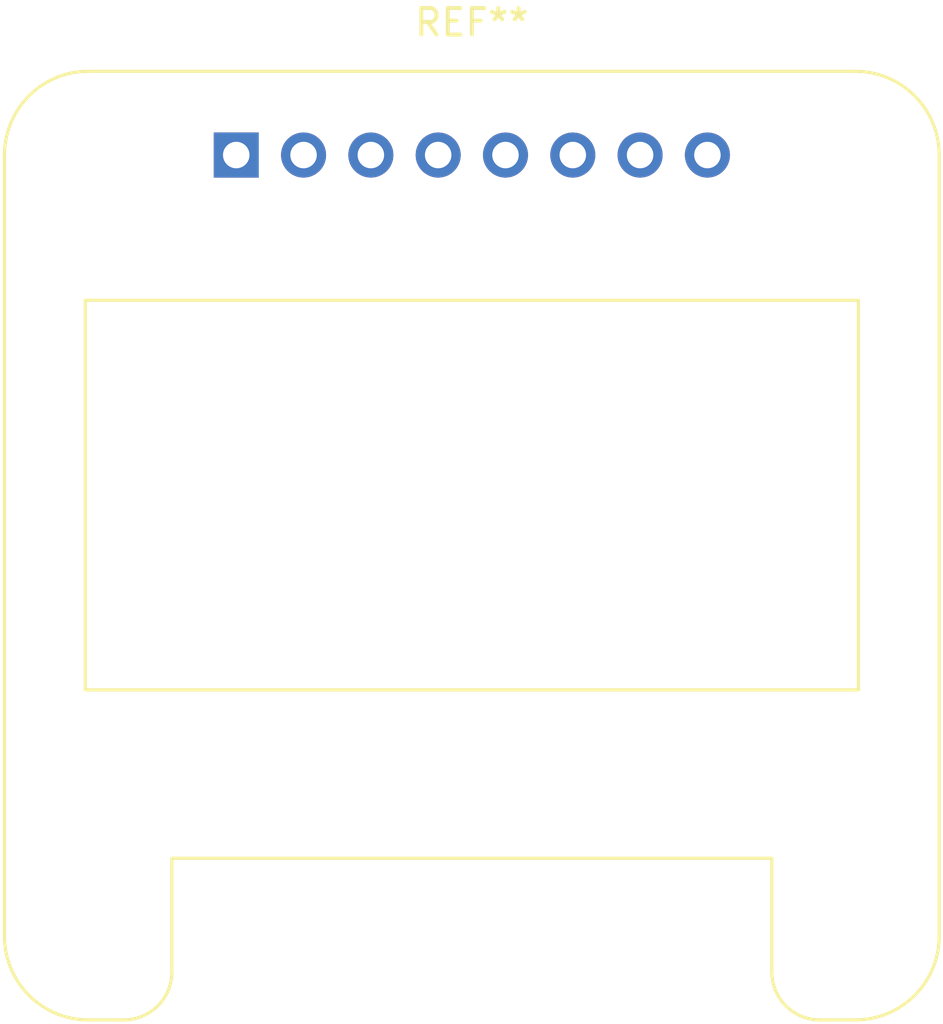
<source format=kicad_pcb>
(kicad_pcb (version 20171130) (host pcbnew 5.0.1)

  (general
    (thickness 1.6)
    (drawings 0)
    (tracks 0)
    (zones 0)
    (modules 1)
    (nets 1)
  )

  (page A4)
  (layers
    (0 F.Cu signal)
    (31 B.Cu signal)
    (32 B.Adhes user)
    (33 F.Adhes user)
    (34 B.Paste user)
    (35 F.Paste user)
    (36 B.SilkS user)
    (37 F.SilkS user)
    (38 B.Mask user)
    (39 F.Mask user)
    (40 Dwgs.User user)
    (41 Cmts.User user)
    (42 Eco1.User user)
    (43 Eco2.User user)
    (44 Edge.Cuts user)
    (45 Margin user)
    (46 B.CrtYd user)
    (47 F.CrtYd user)
    (48 B.Fab user)
    (49 F.Fab user)
  )

  (setup
    (last_trace_width 0.25)
    (trace_clearance 0.2)
    (zone_clearance 0.508)
    (zone_45_only no)
    (trace_min 0.2)
    (segment_width 0.2)
    (edge_width 0.15)
    (via_size 0.8)
    (via_drill 0.4)
    (via_min_size 0.4)
    (via_min_drill 0.3)
    (uvia_size 0.3)
    (uvia_drill 0.1)
    (uvias_allowed no)
    (uvia_min_size 0.2)
    (uvia_min_drill 0.1)
    (pcb_text_width 0.3)
    (pcb_text_size 1.5 1.5)
    (mod_edge_width 0.15)
    (mod_text_size 1 1)
    (mod_text_width 0.15)
    (pad_size 1.524 1.524)
    (pad_drill 0.762)
    (pad_to_mask_clearance 0.051)
    (solder_mask_min_width 0.25)
    (aux_axis_origin 0 0)
    (visible_elements FFFFFF7F)
    (pcbplotparams
      (layerselection 0x010fc_ffffffff)
      (usegerberextensions false)
      (usegerberattributes false)
      (usegerberadvancedattributes false)
      (creategerberjobfile false)
      (excludeedgelayer true)
      (linewidth 0.100000)
      (plotframeref false)
      (viasonmask false)
      (mode 1)
      (useauxorigin false)
      (hpglpennumber 1)
      (hpglpenspeed 20)
      (hpglpendiameter 15.000000)
      (psnegative false)
      (psa4output false)
      (plotreference true)
      (plotvalue true)
      (plotinvisibletext false)
      (padsonsilk false)
      (subtractmaskfromsilk false)
      (outputformat 1)
      (mirror false)
      (drillshape 1)
      (scaleselection 1)
      (outputdirectory ""))
  )

  (net 0 "")

  (net_class Default "Dies ist die voreingestellte Netzklasse."
    (clearance 0.2)
    (trace_width 0.25)
    (via_dia 0.8)
    (via_drill 0.4)
    (uvia_dia 0.3)
    (uvia_drill 0.1)
  )

  (module Display:Adafruit_SSD1306 (layer F.Cu) (tedit 5B2FEF32) (tstamp 5C8FE4F5)
    (at 130.81 74.93)
    (descr "Adafruit SSD1306 OLED 1.3 inch 128x64 I2C & SPI https://learn.adafruit.com/monochrome-oled-breakouts/downloads")
    (tags "Adafruit SSD1306 OLED 1.3 inch 128x64 I2C & SPI ")
    (fp_text reference REF** (at 8.89 -5) (layer F.SilkS)
      (effects (font (size 1 1) (thickness 0.15)))
    )
    (fp_text value Adafruit_SSD1306 (at 8.89 30) (layer F.Fab)
      (effects (font (size 1 1) (thickness 0.15)))
    )
    (fp_line (start -2.29 26.68) (end -2.29 30.82) (layer F.CrtYd) (width 0.05))
    (fp_arc (start -4.24 30.82) (end -2.29 30.82) (angle 90) (layer F.CrtYd) (width 0.05))
    (fp_line (start 22.02 32.77) (end 23.37 32.77) (layer F.CrtYd) (width 0.05))
    (fp_arc (start -5.59 29.47) (end -5.59 32.77) (angle 90) (layer F.CrtYd) (width 0.05))
    (fp_line (start -8.89 0) (end -8.89 29.47) (layer F.CrtYd) (width 0.05))
    (fp_arc (start -5.59 0) (end -5.59 -3.3) (angle -90) (layer F.CrtYd) (width 0.05))
    (fp_line (start 0 -2.268) (end 0.78 -3.048) (layer F.Fab) (width 0.1))
    (fp_line (start -2.54 26.416) (end 20.32 26.416) (layer F.Fab) (width 0.1))
    (fp_line (start 20.32 26.416) (end 20.32 30.814) (layer F.Fab) (width 0.1))
    (fp_arc (start 22.018 30.814) (end 20.32 30.812) (angle -90) (layer F.Fab) (width 0.1))
    (fp_line (start 22.018 32.512) (end 23.37 32.512) (layer F.Fab) (width 0.1))
    (fp_arc (start 23.37 29.47) (end 23.37 32.77) (angle -90) (layer F.CrtYd) (width 0.05))
    (fp_arc (start 23.368 29.464) (end 26.416 29.464) (angle 90) (layer F.Fab) (width 0.1))
    (fp_arc (start 23.37 0) (end 23.37 -3.3) (angle 90) (layer F.CrtYd) (width 0.05))
    (fp_line (start 23.368 -3.048) (end -5.588 -3.048) (layer F.Fab) (width 0.1))
    (fp_arc (start 23.368 0) (end 23.368 -3.048) (angle 90) (layer F.Fab) (width 0.1))
    (fp_line (start 26.67 0) (end 26.67 29.47) (layer F.CrtYd) (width 0.05))
    (fp_line (start -5.698 5.478) (end 23.478 5.478) (layer F.SilkS) (width 0.12))
    (fp_line (start 23.478 5.478) (end 23.478 20.176) (layer F.SilkS) (width 0.12))
    (fp_line (start -5.698 5.478) (end -5.698 20.176) (layer F.SilkS) (width 0.12))
    (fp_line (start -2.43 26.526) (end -2.43 30.814) (layer F.SilkS) (width 0.12))
    (fp_arc (start -4.238 30.814) (end -2.43 30.812) (angle 90) (layer F.SilkS) (width 0.12))
    (fp_line (start -4.238 32.622) (end -5.59 32.622) (layer F.SilkS) (width 0.12))
    (fp_arc (start -5.588 29.464) (end -8.746 29.464) (angle -90) (layer F.SilkS) (width 0.12))
    (fp_line (start -8.746 0) (end -8.746 29.464) (layer F.SilkS) (width 0.12))
    (fp_arc (start -5.588 0) (end -5.588 -3.158) (angle -90) (layer F.SilkS) (width 0.12))
    (fp_line (start 23.368 -3.158) (end -5.588 -3.158) (layer F.SilkS) (width 0.12))
    (fp_arc (start 23.368 0) (end 23.368 -3.158) (angle 90) (layer F.SilkS) (width 0.12))
    (fp_line (start -2.29 26.68) (end 20.07 26.68) (layer F.CrtYd) (width 0.05))
    (fp_line (start 20.21 26.526) (end 20.21 30.814) (layer F.SilkS) (width 0.12))
    (fp_arc (start 22.018 30.814) (end 20.21 30.812) (angle -90) (layer F.SilkS) (width 0.12))
    (fp_line (start -4.24 32.77) (end -5.59 32.77) (layer F.CrtYd) (width 0.05))
    (fp_arc (start 23.368 29.464) (end 26.526 29.464) (angle 90) (layer F.SilkS) (width 0.12))
    (fp_line (start 26.416 0) (end 26.416 29.464) (layer F.Fab) (width 0.1))
    (fp_line (start -5.588 20.066) (end 23.368 20.066) (layer F.Fab) (width 0.1))
    (fp_line (start 23.368 5.588) (end 23.368 20.066) (layer F.Fab) (width 0.1))
    (fp_line (start -4.238 32.512) (end -5.59 32.512) (layer F.Fab) (width 0.1))
    (fp_arc (start -4.238 30.814) (end -2.54 30.812) (angle 90) (layer F.Fab) (width 0.1))
    (fp_line (start -2.54 26.416) (end -2.54 30.814) (layer F.Fab) (width 0.1))
    (fp_arc (start -5.588 29.464) (end -8.636 29.462) (angle -90) (layer F.Fab) (width 0.1))
    (fp_line (start -8.636 0) (end -8.636 29.464) (layer F.Fab) (width 0.1))
    (fp_arc (start -5.588 0) (end -5.59 -3.048) (angle -90) (layer F.Fab) (width 0.1))
    (fp_line (start 23.37 -3.3) (end -5.59 -3.3) (layer F.CrtYd) (width 0.05))
    (fp_line (start 26.526 0) (end 26.526 29.464) (layer F.SilkS) (width 0.12))
    (fp_line (start -2.43 26.526) (end 20.21 26.526) (layer F.SilkS) (width 0.12))
    (fp_line (start 20.07 26.68) (end 20.07 30.82) (layer F.CrtYd) (width 0.05))
    (fp_arc (start 22.02 30.82) (end 20.07 30.82) (angle -90) (layer F.CrtYd) (width 0.05))
    (fp_line (start 22.018 32.622) (end 23.37 32.622) (layer F.SilkS) (width 0.12))
    (fp_line (start -5.588 5.588) (end -5.588 20.066) (layer F.Fab) (width 0.1))
    (fp_line (start -5.588 5.588) (end 23.368 5.588) (layer F.Fab) (width 0.1))
    (fp_text user %R (at 8.89 14.732) (layer F.Fab)
      (effects (font (size 1 1) (thickness 0.15)))
    )
    (fp_line (start -5.698 20.176) (end 23.478 20.176) (layer F.SilkS) (width 0.12))
    (fp_line (start -0.78 -3.048) (end 0 -2.268) (layer F.Fab) (width 0.1))
    (pad 8 thru_hole circle (at 17.78 0) (size 1.7 1.7) (drill 1) (layers *.Cu *.Mask))
    (pad 7 thru_hole circle (at 15.24 0) (size 1.7 1.7) (drill 1) (layers *.Cu *.Mask))
    (pad 6 thru_hole circle (at 12.7 0) (size 1.7 1.7) (drill 1) (layers *.Cu *.Mask))
    (pad 5 thru_hole circle (at 10.16 0) (size 1.7 1.7) (drill 1) (layers *.Cu *.Mask))
    (pad 4 thru_hole circle (at 7.62 0) (size 1.7 1.7) (drill 1) (layers *.Cu *.Mask))
    (pad 3 thru_hole circle (at 5.08 0) (size 1.7 1.7) (drill 1) (layers *.Cu *.Mask))
    (pad 2 thru_hole circle (at 2.54 0) (size 1.7 1.7) (drill 1) (layers *.Cu *.Mask))
    (pad 1 thru_hole rect (at 0 0) (size 1.7 1.7) (drill 1) (layers *.Cu *.Mask))
    (pad "" np_thru_hole circle (at 23.368 0) (size 2.7 2.7) (drill 2.7) (layers *.Cu *.Mask))
    (pad "" np_thru_hole circle (at -5.588 29.464) (size 2.7 2.7) (drill 2.7) (layers *.Cu *.Mask))
    (pad "" np_thru_hole circle (at 23.368 29.464) (size 2.7 2.7) (drill 2.7) (layers *.Cu *.Mask))
    (pad "" np_thru_hole circle (at -5.588 0) (size 2.7 2.7) (drill 2.7) (layers *.Cu *.Mask))
    (model ${KISYS3DMOD}/Display.3dshapes/Adafruit_SSD1306.wrl
      (at (xyz 0 0 0))
      (scale (xyz 1 1 1))
      (rotate (xyz 0 0 0))
    )
  )

)

</source>
